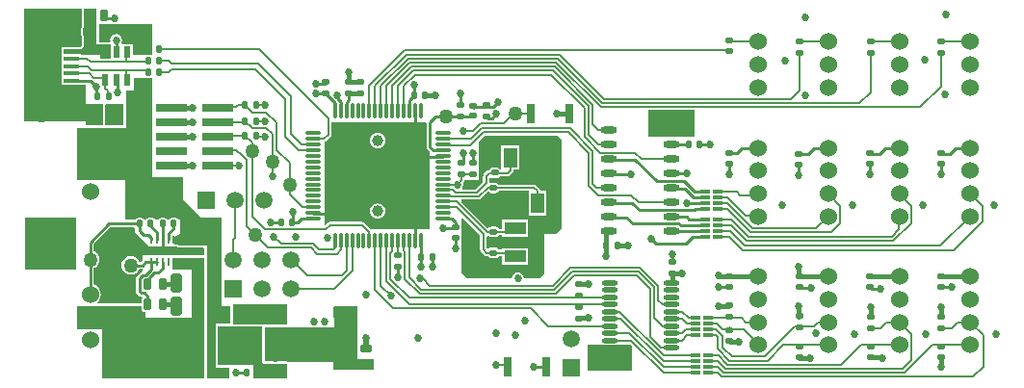
<source format=gtl>
G04 Layer_Physical_Order=1*
G04 Layer_Color=255*
%FSLAX25Y25*%
%MOIN*%
G70*
G01*
G75*
%ADD10O,0.00787X0.02756*%
%ADD11R,0.09449X0.02953*%
G04:AMPARAMS|DCode=12|XSize=22mil|YSize=24mil|CornerRadius=4.4mil|HoleSize=0mil|Usage=FLASHONLY|Rotation=90.000|XOffset=0mil|YOffset=0mil|HoleType=Round|Shape=RoundedRectangle|*
%AMROUNDEDRECTD12*
21,1,0.02200,0.01520,0,0,90.0*
21,1,0.01320,0.02400,0,0,90.0*
1,1,0.00880,0.00760,0.00660*
1,1,0.00880,0.00760,-0.00660*
1,1,0.00880,-0.00760,-0.00660*
1,1,0.00880,-0.00760,0.00660*
%
%ADD12ROUNDEDRECTD12*%
%ADD13R,0.11024X0.02953*%
%ADD14C,0.05000*%
G04:AMPARAMS|DCode=15|XSize=22mil|YSize=24mil|CornerRadius=4.4mil|HoleSize=0mil|Usage=FLASHONLY|Rotation=0.000|XOffset=0mil|YOffset=0mil|HoleType=Round|Shape=RoundedRectangle|*
%AMROUNDEDRECTD15*
21,1,0.02200,0.01520,0,0,0.0*
21,1,0.01320,0.02400,0,0,0.0*
1,1,0.00880,0.00660,-0.00760*
1,1,0.00880,-0.00660,-0.00760*
1,1,0.00880,-0.00660,0.00760*
1,1,0.00880,0.00660,0.00760*
%
%ADD15ROUNDEDRECTD15*%
G04:AMPARAMS|DCode=16|XSize=65mil|YSize=40mil|CornerRadius=10mil|HoleSize=0mil|Usage=FLASHONLY|Rotation=90.000|XOffset=0mil|YOffset=0mil|HoleType=Round|Shape=RoundedRectangle|*
%AMROUNDEDRECTD16*
21,1,0.06500,0.02000,0,0,90.0*
21,1,0.04500,0.04000,0,0,90.0*
1,1,0.02000,0.01000,0.02250*
1,1,0.02000,0.01000,-0.02250*
1,1,0.02000,-0.01000,-0.02250*
1,1,0.02000,-0.01000,0.02250*
%
%ADD16ROUNDEDRECTD16*%
%ADD17R,0.06890X0.12598*%
%ADD18R,0.06890X0.03937*%
%ADD19O,0.05709X0.01772*%
%ADD20O,0.05512X0.01181*%
%ADD21O,0.01181X0.05512*%
G04:AMPARAMS|DCode=22|XSize=11.81mil|YSize=35.43mil|CornerRadius=2.95mil|HoleSize=0mil|Usage=FLASHONLY|Rotation=90.000|XOffset=0mil|YOffset=0mil|HoleType=Round|Shape=RoundedRectangle|*
%AMROUNDEDRECTD22*
21,1,0.01181,0.02953,0,0,90.0*
21,1,0.00591,0.03543,0,0,90.0*
1,1,0.00591,0.01476,0.00295*
1,1,0.00591,0.01476,-0.00295*
1,1,0.00591,-0.01476,-0.00295*
1,1,0.00591,-0.01476,0.00295*
%
%ADD22ROUNDEDRECTD22*%
%ADD23R,0.01575X0.05118*%
G04:AMPARAMS|DCode=24|XSize=29.13mil|YSize=39.37mil|CornerRadius=5.83mil|HoleSize=0mil|Usage=FLASHONLY|Rotation=270.000|XOffset=0mil|YOffset=0mil|HoleType=Round|Shape=RoundedRectangle|*
%AMROUNDEDRECTD24*
21,1,0.02913,0.02772,0,0,270.0*
21,1,0.01748,0.03937,0,0,270.0*
1,1,0.01165,-0.01386,-0.00874*
1,1,0.01165,-0.01386,0.00874*
1,1,0.01165,0.01386,0.00874*
1,1,0.01165,0.01386,-0.00874*
%
%ADD24ROUNDEDRECTD24*%
%ADD25R,0.03740X0.02165*%
G04:AMPARAMS|DCode=26|XSize=29.13mil|YSize=39.37mil|CornerRadius=5.83mil|HoleSize=0mil|Usage=FLASHONLY|Rotation=180.000|XOffset=0mil|YOffset=0mil|HoleType=Round|Shape=RoundedRectangle|*
%AMROUNDEDRECTD26*
21,1,0.02913,0.02772,0,0,180.0*
21,1,0.01748,0.03937,0,0,180.0*
1,1,0.01165,-0.00874,0.01386*
1,1,0.01165,0.00874,0.01386*
1,1,0.01165,0.00874,-0.01386*
1,1,0.01165,-0.00874,-0.01386*
%
%ADD26ROUNDEDRECTD26*%
G04:AMPARAMS|DCode=27|XSize=38.58mil|YSize=31.5mil|CornerRadius=7.87mil|HoleSize=0mil|Usage=FLASHONLY|Rotation=270.000|XOffset=0mil|YOffset=0mil|HoleType=Round|Shape=RoundedRectangle|*
%AMROUNDEDRECTD27*
21,1,0.03858,0.01575,0,0,270.0*
21,1,0.02284,0.03150,0,0,270.0*
1,1,0.01575,-0.00787,-0.01142*
1,1,0.01575,-0.00787,0.01142*
1,1,0.01575,0.00787,0.01142*
1,1,0.01575,0.00787,-0.01142*
%
%ADD27ROUNDEDRECTD27*%
G04:AMPARAMS|DCode=28|XSize=24.41mil|YSize=23.23mil|CornerRadius=5.81mil|HoleSize=0mil|Usage=FLASHONLY|Rotation=0.000|XOffset=0mil|YOffset=0mil|HoleType=Round|Shape=RoundedRectangle|*
%AMROUNDEDRECTD28*
21,1,0.02441,0.01161,0,0,0.0*
21,1,0.01280,0.02323,0,0,0.0*
1,1,0.01161,0.00640,-0.00581*
1,1,0.01161,-0.00640,-0.00581*
1,1,0.01161,-0.00640,0.00581*
1,1,0.01161,0.00640,0.00581*
%
%ADD28ROUNDEDRECTD28*%
%ADD29O,0.05709X0.02362*%
%ADD30R,0.04724X0.07087*%
%ADD31R,0.07480X0.04331*%
%ADD32R,0.03150X0.06693*%
%ADD33R,0.02362X0.04331*%
G04:AMPARAMS|DCode=34|XSize=78.74mil|YSize=157.48mil|CornerRadius=19.69mil|HoleSize=0mil|Usage=FLASHONLY|Rotation=90.000|XOffset=0mil|YOffset=0mil|HoleType=Round|Shape=RoundedRectangle|*
%AMROUNDEDRECTD34*
21,1,0.07874,0.11811,0,0,90.0*
21,1,0.03937,0.15748,0,0,90.0*
1,1,0.03937,0.05906,0.01969*
1,1,0.03937,0.05906,-0.01969*
1,1,0.03937,-0.05906,-0.01969*
1,1,0.03937,-0.05906,0.01969*
%
%ADD34ROUNDEDRECTD34*%
%ADD35R,0.07480X0.07087*%
%ADD36R,0.05315X0.01575*%
%ADD37C,0.00700*%
%ADD38C,0.00900*%
%ADD39C,0.01000*%
%ADD40C,0.01500*%
%ADD41C,0.02000*%
%ADD42C,0.00800*%
%ADD43C,0.05906*%
%ADD44R,0.05906X0.05906*%
%ADD45R,0.05906X0.05906*%
%ADD46C,0.03937*%
%ADD47C,0.06000*%
%ADD48C,0.06299*%
%ADD49C,0.04100*%
%ADD50C,0.02700*%
G36*
X47000Y115000D02*
X40121Y115000D01*
Y118590D01*
X36554D01*
X36318Y119031D01*
X36431Y119200D01*
X36590Y120000D01*
X36431Y120800D01*
X35978Y121478D01*
X35300Y121931D01*
X34500Y122090D01*
X33700Y121931D01*
X33022Y121478D01*
X32569Y120800D01*
X32410Y120000D01*
X32467Y119714D01*
X32056Y119214D01*
X28500D01*
X28500Y125500D01*
X33547D01*
X34000Y125410D01*
X34453Y125500D01*
X47000D01*
Y115000D01*
D02*
G37*
G36*
X27500Y118500D02*
X32500D01*
Y113580D01*
X29000D01*
Y115000D01*
X22357D01*
Y115047D01*
X16214D01*
Y116892D01*
X22357D01*
X22386Y116897D01*
X22415Y116894D01*
X22522Y116924D01*
X22631Y116946D01*
X22655Y116962D01*
X22682Y116970D01*
X22770Y117039D01*
X22862Y117101D01*
X22878Y117125D01*
X22901Y117143D01*
X22955Y117240D01*
X23017Y117332D01*
X23022Y117361D01*
X23037Y117386D01*
X23179Y117827D01*
X23192Y117937D01*
X23214Y118046D01*
Y121557D01*
X23200Y121626D01*
Y121697D01*
X23154Y121929D01*
Y124071D01*
X23200Y124303D01*
Y124374D01*
X23214Y124443D01*
Y130777D01*
X27500D01*
Y118500D01*
D02*
G37*
G36*
X37000Y90500D02*
X30714D01*
X30714Y97500D01*
X31214Y98000D01*
X37000D01*
Y90500D01*
D02*
G37*
G36*
X22500Y124443D02*
X22440Y124142D01*
Y121858D01*
X22500Y121557D01*
Y118046D01*
X22357Y117605D01*
X15642D01*
Y117500D01*
X15500D01*
X15500Y104835D01*
X15500Y104500D01*
X15642Y104394D01*
X15956Y104394D01*
X22357D01*
Y104500D01*
X24000D01*
X24000Y98000D01*
X30000Y98000D01*
X30000Y90500D01*
X24000Y90500D01*
Y92000D01*
X2723Y92000D01*
Y130777D01*
X22500D01*
Y124443D01*
D02*
G37*
G36*
X234500Y86500D02*
X218500Y86500D01*
Y95705D01*
X234500D01*
Y86500D01*
D02*
G37*
G36*
X188500Y85500D02*
X188500Y55000D01*
X186500Y53000D01*
X182500Y53000D01*
X182500Y39000D01*
X181000Y37500D01*
X175590Y37500D01*
X175590Y37500D01*
X175431Y38300D01*
X174978Y38978D01*
X174300Y39431D01*
X173500Y39590D01*
X172700Y39431D01*
X172022Y38978D01*
X171569Y38300D01*
X171410Y37500D01*
X171410Y37500D01*
X156000Y37500D01*
X154016Y39484D01*
X154016Y58152D01*
X154478Y58344D01*
X160445Y52376D01*
Y47441D01*
X160527Y47031D01*
X160759Y46684D01*
X161859Y45584D01*
X161859Y45584D01*
X162206Y45352D01*
X162616Y45270D01*
X163175D01*
X163182Y45236D01*
X163434Y44859D01*
X163811Y44607D01*
X164256Y44519D01*
X165776D01*
X166221Y44607D01*
X166598Y44859D01*
X166850Y45236D01*
X166856Y45270D01*
X168076D01*
Y42154D01*
X176956D01*
Y47885D01*
X168076D01*
Y47412D01*
X166856D01*
X166850Y47446D01*
X166598Y47823D01*
X166221Y48075D01*
X165776Y48163D01*
X164256D01*
X163811Y48075D01*
X163434Y47823D01*
X162939Y47814D01*
X162586Y48138D01*
Y51883D01*
X163055Y52275D01*
X163315Y52237D01*
X163434Y52059D01*
X163811Y51807D01*
X164256Y51719D01*
X165776D01*
X166221Y51807D01*
X166598Y52059D01*
X166850Y52436D01*
X166856Y52470D01*
X168076D01*
Y51997D01*
X176956D01*
Y57727D01*
X168076D01*
Y54611D01*
X166856D01*
X166850Y54646D01*
X166598Y55023D01*
X166221Y55275D01*
X165776Y55363D01*
X164256D01*
X163811Y55275D01*
X163434Y55023D01*
X162991Y54979D01*
X154016Y63955D01*
Y64729D01*
X159996D01*
X160406Y64811D01*
X160753Y65043D01*
X163102Y67392D01*
X163434Y67359D01*
X163811Y67107D01*
X164256Y67019D01*
X165776D01*
X166221Y67107D01*
X166598Y67359D01*
X166850Y67736D01*
X166876Y67870D01*
X176703D01*
X177178Y67810D01*
Y59324D01*
X183302D01*
Y67810D01*
X181292D01*
X181229Y68126D01*
X180997Y68474D01*
X179773Y69698D01*
X179425Y69930D01*
X179016Y70012D01*
X166806D01*
X166598Y70323D01*
X166221Y70575D01*
X165776Y70663D01*
X164256D01*
X164086Y70630D01*
X163604Y70968D01*
X163586Y71001D01*
Y72236D01*
X163610Y72258D01*
X164086Y72457D01*
X164311Y72307D01*
X164756Y72219D01*
X166276D01*
X166721Y72307D01*
X167098Y72559D01*
X167306Y72870D01*
X169941D01*
X170351Y72952D01*
X170698Y73184D01*
X171773Y74259D01*
X172005Y74606D01*
X172086Y75016D01*
Y75072D01*
X173854D01*
Y83558D01*
X167729D01*
Y75478D01*
X167229Y75326D01*
X167098Y75523D01*
X166721Y75775D01*
X166276Y75863D01*
X164756D01*
X164311Y75775D01*
X163934Y75523D01*
X163682Y75146D01*
X163655Y75011D01*
X163516D01*
X163106Y74930D01*
X162759Y74698D01*
X162759Y74698D01*
X161759Y73698D01*
X161527Y73351D01*
X161445Y72941D01*
Y70884D01*
X158831Y68271D01*
X154386D01*
X154144Y68771D01*
X154431Y69200D01*
X154590Y70000D01*
X154495Y70481D01*
X154757Y70743D01*
X154989Y71090D01*
X155071Y71500D01*
X160000D01*
Y80547D01*
X160090Y81000D01*
X160000Y81453D01*
Y85000D01*
X161941Y86941D01*
X187059Y86941D01*
X188500Y85500D01*
D02*
G37*
G36*
X141792Y91162D02*
Y82941D01*
X141885Y82473D01*
X142151Y82076D01*
X143016Y81211D01*
Y54984D01*
X143038Y54962D01*
X142847Y54500D01*
X122682D01*
X120425Y56757D01*
X120077Y56989D01*
X119668Y57071D01*
X108500D01*
X108090Y56989D01*
X107743Y56757D01*
X107000Y56014D01*
X106500Y56221D01*
Y84687D01*
X106804Y84747D01*
X107151Y84979D01*
X108757Y86585D01*
X108989Y86932D01*
X109071Y87342D01*
X109071Y87342D01*
Y91501D01*
X141439Y91515D01*
X141792Y91162D01*
D02*
G37*
G36*
X41000Y54881D02*
X41000Y53500D01*
X46000Y48500D01*
X54312D01*
X54500Y48463D01*
X55469D01*
X55651Y48341D01*
X55924Y48286D01*
X56547D01*
X56616Y48300D01*
X56686D01*
X57000Y48362D01*
X57314Y48300D01*
X57384D01*
X57453Y48286D01*
X64500Y48286D01*
X65000Y47937D01*
Y45500D01*
X43500Y45500D01*
Y43658D01*
X43014Y43172D01*
X42478D01*
X42295Y43614D01*
X41782Y44282D01*
X41114Y44795D01*
X40335Y45118D01*
X39500Y45228D01*
X38665Y45118D01*
X37886Y44795D01*
X37218Y44282D01*
X36705Y43614D01*
X36382Y42835D01*
X36272Y42000D01*
X36382Y41165D01*
X36705Y40386D01*
X37218Y39718D01*
X37886Y39205D01*
X38665Y38882D01*
X39500Y38772D01*
X40335Y38882D01*
X41114Y39205D01*
X41782Y39718D01*
X42295Y40386D01*
X42478Y40828D01*
X43500D01*
Y39745D01*
X43282Y39702D01*
X42902Y39447D01*
X41671Y38217D01*
X41417Y37836D01*
X41328Y37387D01*
Y33000D01*
X41417Y32551D01*
X41671Y32171D01*
X42290Y31552D01*
X42670Y31298D01*
X43119Y31209D01*
X43318D01*
X43456Y30709D01*
X43240Y30386D01*
X43141Y29886D01*
Y28714D01*
X28237D01*
X28076Y29187D01*
X28139Y29235D01*
X28732Y30008D01*
X29105Y30908D01*
X29232Y31874D01*
X29105Y32840D01*
X28732Y33740D01*
X28139Y34513D01*
X27366Y35106D01*
X26673Y35393D01*
Y41022D01*
X27114Y41205D01*
X27782Y41718D01*
X28295Y42386D01*
X28618Y43165D01*
X28728Y44000D01*
X28618Y44835D01*
X28295Y45614D01*
X27782Y46282D01*
X27114Y46795D01*
X26673Y46978D01*
Y49514D01*
X32486Y55327D01*
X40590D01*
X41000Y54881D01*
D02*
G37*
G36*
X20600Y40500D02*
X3100D01*
X3100Y58500D01*
X20600D01*
X20600Y40500D01*
D02*
G37*
G36*
X65000Y44500D02*
X65000Y2723D01*
X29500D01*
Y20000D01*
X21000Y20000D01*
Y28000D01*
X43141D01*
Y27114D01*
X43240Y26613D01*
X43524Y26189D01*
X43948Y25906D01*
X44449Y25806D01*
X44500Y25755D01*
X44500Y24000D01*
X60500Y24000D01*
X60500Y40500D01*
X54000Y40500D01*
X54000Y44146D01*
X54353Y44500D01*
X65000Y44500D01*
D02*
G37*
G36*
X93500Y21500D02*
X75000D01*
Y28500D01*
X93500D01*
Y21500D01*
D02*
G37*
G36*
X118000Y21000D02*
Y9500D01*
X123500D01*
Y6000D01*
X109500D01*
Y8500D01*
X94008D01*
X94005Y8505D01*
X93773Y8659D01*
X93500Y8714D01*
X89953D01*
X89884Y8700D01*
X89814D01*
X89500Y8637D01*
X89186Y8700D01*
X89116D01*
X89047Y8714D01*
X86000D01*
Y20500D01*
X102547D01*
X103000Y20410D01*
X103453Y20500D01*
X106047D01*
X106500Y20410D01*
X106953Y20500D01*
X110036D01*
X109526Y27634D01*
X109867Y28000D01*
X118000D01*
Y21000D01*
D02*
G37*
G36*
X213000Y14046D02*
X213000Y5500D01*
X197500D01*
X197500Y14500D01*
X202676D01*
X202692Y14490D01*
X203310Y14367D01*
X207247D01*
X207866Y14490D01*
X207882Y14500D01*
X212546D01*
X213000Y14046D01*
D02*
G37*
G36*
X74492Y21000D02*
X74495Y20995D01*
X74727Y20841D01*
X75000Y20786D01*
X85000D01*
X85000Y8500D01*
X85500Y8000D01*
X89047D01*
X89500Y7910D01*
X89953Y8000D01*
X93500D01*
Y3000D01*
X82000D01*
Y7500D01*
X69714D01*
Y21000D01*
X74000D01*
X74492D01*
D02*
G37*
G36*
X47000Y102500D02*
Y89500D01*
Y72500D01*
X50000Y72500D01*
X57500D01*
Y65000D01*
X64000Y58500D01*
X71000Y58500D01*
X71000Y28000D01*
X74000Y28000D01*
Y22000D01*
X69000Y22000D01*
Y6500D01*
X73667Y6500D01*
Y2723D01*
X66000D01*
Y49000D01*
X64500D01*
Y49000D01*
X57453Y49000D01*
X57000Y49090D01*
X56547Y49000D01*
X55924D01*
Y49176D01*
X54500D01*
Y51743D01*
X56500Y53000D01*
X56500Y58000D01*
X55937D01*
X55882Y58082D01*
X55505Y58334D01*
X55060Y58422D01*
X53740D01*
X53295Y58334D01*
X52918Y58082D01*
X52863Y58000D01*
X52147D01*
X52092Y58082D01*
X51715Y58334D01*
X51270Y58422D01*
X49950D01*
X49505Y58334D01*
X49128Y58082D01*
X49074Y58000D01*
X47937D01*
X47882Y58082D01*
X47505Y58334D01*
X47060Y58422D01*
X45740D01*
X45295Y58334D01*
X44918Y58082D01*
X44863Y58000D01*
X44147D01*
X44092Y58082D01*
X43715Y58334D01*
X43270Y58422D01*
X41950D01*
X41505Y58334D01*
X41128Y58082D01*
X41074Y58000D01*
X37500D01*
Y71500D01*
X21000D01*
Y80000D01*
Y89500D01*
X38000D01*
Y102500D01*
X40500D01*
Y107000D01*
X47000D01*
Y102500D01*
D02*
G37*
%LPC*%
G36*
X125016Y87837D02*
X124319Y87745D01*
X123670Y87476D01*
X123113Y87049D01*
X122685Y86491D01*
X122416Y85842D01*
X122324Y85146D01*
X122416Y84449D01*
X122685Y83800D01*
X123113Y83242D01*
X123670Y82815D01*
X124319Y82546D01*
X125016Y82454D01*
X125712Y82546D01*
X126362Y82815D01*
X126919Y83242D01*
X127347Y83800D01*
X127616Y84449D01*
X127707Y85146D01*
X127616Y85842D01*
X127347Y86491D01*
X126919Y87049D01*
X126362Y87476D01*
X125712Y87745D01*
X125016Y87837D01*
D02*
G37*
G36*
Y63428D02*
X124319Y63336D01*
X123670Y63067D01*
X123113Y62639D01*
X122685Y62082D01*
X122416Y61433D01*
X122324Y60736D01*
X122416Y60040D01*
X122685Y59390D01*
X123113Y58833D01*
X123670Y58405D01*
X124319Y58136D01*
X125016Y58045D01*
X125712Y58136D01*
X126362Y58405D01*
X126919Y58833D01*
X127347Y59390D01*
X127616Y60040D01*
X127707Y60736D01*
X127616Y61433D01*
X127347Y62082D01*
X126919Y62639D01*
X126362Y63067D01*
X125712Y63336D01*
X125016Y63428D01*
D02*
G37*
%LPD*%
D10*
X54437Y50937D02*
D03*
X52469D02*
D03*
X50500D02*
D03*
X48531D02*
D03*
X46563D02*
D03*
Y43063D02*
D03*
X48531D02*
D03*
X50500D02*
D03*
X52469D02*
D03*
X54437D02*
D03*
D11*
X50500Y47000D02*
D03*
D12*
X152016Y55341D02*
D03*
Y51571D02*
D03*
X61000Y50900D02*
D03*
Y47130D02*
D03*
X119000Y101600D02*
D03*
Y105370D02*
D03*
X246500Y34552D02*
D03*
Y38322D02*
D03*
X270800Y34363D02*
D03*
Y38134D02*
D03*
X295300Y34363D02*
D03*
Y38134D02*
D03*
X320000Y34363D02*
D03*
Y38134D02*
D03*
X319800Y77130D02*
D03*
Y80900D02*
D03*
X270535Y76774D02*
D03*
Y80544D02*
D03*
X295335Y77033D02*
D03*
Y80803D02*
D03*
X246635Y77170D02*
D03*
Y80940D02*
D03*
X162500Y93630D02*
D03*
Y97400D02*
D03*
X153500Y93600D02*
D03*
Y97370D02*
D03*
X154000Y77370D02*
D03*
Y73600D02*
D03*
X158000Y73610D02*
D03*
Y77400D02*
D03*
X165016Y42571D02*
D03*
Y46341D02*
D03*
Y65071D02*
D03*
Y68841D02*
D03*
X165516Y77811D02*
D03*
Y74041D02*
D03*
X132000Y45390D02*
D03*
Y41600D02*
D03*
X107000Y105370D02*
D03*
Y101600D02*
D03*
X165016Y57311D02*
D03*
Y53541D02*
D03*
X227007Y43104D02*
D03*
Y39334D02*
D03*
X295500Y24134D02*
D03*
Y20344D02*
D03*
Y10034D02*
D03*
Y13823D02*
D03*
X320000Y24134D02*
D03*
Y20344D02*
D03*
Y10034D02*
D03*
Y13823D02*
D03*
X271000Y24400D02*
D03*
Y20610D02*
D03*
X270800Y10034D02*
D03*
Y13823D02*
D03*
X246500Y28134D02*
D03*
Y24344D02*
D03*
Y15834D02*
D03*
Y19623D02*
D03*
X115000Y105370D02*
D03*
Y101600D02*
D03*
X194500Y23600D02*
D03*
Y27390D02*
D03*
Y35400D02*
D03*
Y31610D02*
D03*
X246500Y116100D02*
D03*
Y119890D02*
D03*
X295500Y115600D02*
D03*
Y119390D02*
D03*
X271000Y115600D02*
D03*
Y119390D02*
D03*
X320000Y115600D02*
D03*
Y119390D02*
D03*
D13*
X53508Y96500D02*
D03*
X69492D02*
D03*
X53508Y91500D02*
D03*
X69492D02*
D03*
X53508Y86500D02*
D03*
X69492D02*
D03*
X53508Y81500D02*
D03*
X69492D02*
D03*
X53508Y76500D02*
D03*
X69492D02*
D03*
D14*
X148500Y93600D02*
D03*
X81500Y81500D02*
D03*
X172500Y94500D02*
D03*
X82500Y52661D02*
D03*
X88500Y78000D02*
D03*
X94500Y70000D02*
D03*
X80500Y14500D02*
D03*
X114000Y25000D02*
D03*
X42500Y64500D02*
D03*
X25500Y44000D02*
D03*
X39500Y42000D02*
D03*
X49500Y9500D02*
D03*
D15*
X232610Y84000D02*
D03*
X236400D02*
D03*
X83400Y5000D02*
D03*
X79630D02*
D03*
X50610Y56500D02*
D03*
X54400D02*
D03*
X42610D02*
D03*
X46400D02*
D03*
X45610Y109000D02*
D03*
X49400D02*
D03*
X45610Y113000D02*
D03*
X49400D02*
D03*
X28130Y96500D02*
D03*
X31900D02*
D03*
X28110Y92500D02*
D03*
X31900D02*
D03*
X141370Y101000D02*
D03*
X137600D02*
D03*
X79110Y87000D02*
D03*
X82900D02*
D03*
X79110Y92000D02*
D03*
X82900D02*
D03*
X79110Y97500D02*
D03*
X82900D02*
D03*
X91630Y57000D02*
D03*
X95400D02*
D03*
X143870Y45000D02*
D03*
X140100D02*
D03*
X207870Y48734D02*
D03*
X204100D02*
D03*
X28110Y100500D02*
D03*
X31900D02*
D03*
X49400Y117000D02*
D03*
X45610D02*
D03*
D16*
X55358Y36000D02*
D03*
X62642D02*
D03*
X55358Y28000D02*
D03*
X62642D02*
D03*
D17*
X114303Y14500D02*
D03*
D18*
X89697Y5445D02*
D03*
Y14500D02*
D03*
Y23555D02*
D03*
D19*
X226736Y13484D02*
D03*
Y15983D02*
D03*
Y18484D02*
D03*
Y20983D02*
D03*
Y23483D02*
D03*
Y25984D02*
D03*
Y28484D02*
D03*
Y30984D02*
D03*
Y33484D02*
D03*
Y35984D02*
D03*
X205279Y13484D02*
D03*
Y15983D02*
D03*
Y18484D02*
D03*
Y20983D02*
D03*
Y23483D02*
D03*
Y25984D02*
D03*
Y28484D02*
D03*
Y30984D02*
D03*
Y33484D02*
D03*
Y35984D02*
D03*
D20*
X147457Y58177D02*
D03*
Y60146D02*
D03*
Y62114D02*
D03*
Y64083D02*
D03*
Y66051D02*
D03*
Y68020D02*
D03*
Y69988D02*
D03*
Y71957D02*
D03*
Y73925D02*
D03*
Y75894D02*
D03*
Y77862D02*
D03*
Y79831D02*
D03*
Y81799D02*
D03*
Y83768D02*
D03*
Y85736D02*
D03*
Y87705D02*
D03*
X102575D02*
D03*
Y85736D02*
D03*
Y83768D02*
D03*
Y81799D02*
D03*
Y79831D02*
D03*
Y77862D02*
D03*
Y75894D02*
D03*
Y73925D02*
D03*
Y71957D02*
D03*
Y69988D02*
D03*
Y68020D02*
D03*
Y66051D02*
D03*
Y64083D02*
D03*
Y62114D02*
D03*
Y60146D02*
D03*
Y58177D02*
D03*
D21*
X139780Y95382D02*
D03*
X137811D02*
D03*
X135843D02*
D03*
X133874D02*
D03*
X131906D02*
D03*
X129937D02*
D03*
X127969D02*
D03*
X126000D02*
D03*
X124031D02*
D03*
X122063D02*
D03*
X120095D02*
D03*
X118126D02*
D03*
X116157D02*
D03*
X114189D02*
D03*
X112221D02*
D03*
X110252D02*
D03*
Y50500D02*
D03*
X112221D02*
D03*
X114189D02*
D03*
X116157D02*
D03*
X118126D02*
D03*
X120095D02*
D03*
X122063D02*
D03*
X124031D02*
D03*
X126000D02*
D03*
X127969D02*
D03*
X129937D02*
D03*
X131906D02*
D03*
X133874D02*
D03*
X135843D02*
D03*
X137811D02*
D03*
X139780D02*
D03*
D22*
X242635Y61512D02*
D03*
Y63481D02*
D03*
Y65449D02*
D03*
Y67418D02*
D03*
X238304Y61512D02*
D03*
Y63481D02*
D03*
Y65449D02*
D03*
Y67418D02*
D03*
X239173Y17781D02*
D03*
Y19749D02*
D03*
Y21718D02*
D03*
Y23686D02*
D03*
X234842Y17781D02*
D03*
Y19749D02*
D03*
Y21718D02*
D03*
Y23686D02*
D03*
X239173Y4781D02*
D03*
Y6749D02*
D03*
Y8718D02*
D03*
Y10686D02*
D03*
X234842Y4781D02*
D03*
Y6749D02*
D03*
Y8718D02*
D03*
Y10686D02*
D03*
X242635Y52012D02*
D03*
Y53981D02*
D03*
Y55949D02*
D03*
Y57918D02*
D03*
X238304Y52012D02*
D03*
Y53981D02*
D03*
Y55949D02*
D03*
Y57918D02*
D03*
D23*
X72000Y18350D02*
D03*
Y24650D02*
D03*
D24*
X121000Y7823D02*
D03*
Y13177D02*
D03*
D25*
X62374Y9000D02*
D03*
X71626Y12602D02*
D03*
Y5398D02*
D03*
D26*
X50677Y28500D02*
D03*
X45322D02*
D03*
X30177Y128500D02*
D03*
X24823D02*
D03*
X45322Y35500D02*
D03*
X50677D02*
D03*
D27*
X24744Y123000D02*
D03*
X30256D02*
D03*
D28*
X158000Y97291D02*
D03*
Y93709D02*
D03*
D29*
X205080Y88707D02*
D03*
Y83707D02*
D03*
Y78707D02*
D03*
Y73707D02*
D03*
Y68707D02*
D03*
Y63707D02*
D03*
Y58707D02*
D03*
Y53707D02*
D03*
X226536Y88707D02*
D03*
Y83707D02*
D03*
Y78707D02*
D03*
Y73707D02*
D03*
Y68707D02*
D03*
Y63707D02*
D03*
Y58707D02*
D03*
Y53707D02*
D03*
D30*
X180240Y63567D02*
D03*
Y79315D02*
D03*
X170791D02*
D03*
Y63567D02*
D03*
D31*
X172516Y45020D02*
D03*
Y54862D02*
D03*
D32*
X191193Y94500D02*
D03*
X177807D02*
D03*
X169807Y7000D02*
D03*
X183193D02*
D03*
D33*
X30760Y115724D02*
D03*
X34500D02*
D03*
X38240D02*
D03*
Y106276D02*
D03*
X34500D02*
D03*
X30760D02*
D03*
D34*
X11500Y49500D02*
D03*
D35*
X8468Y106472D02*
D03*
Y115528D02*
D03*
D36*
X19000Y116118D02*
D03*
Y113559D02*
D03*
Y105882D02*
D03*
Y108441D02*
D03*
Y111000D02*
D03*
D37*
X194500Y30984D02*
X205279D01*
X194500D02*
Y31844D01*
X193656Y31000D02*
X194500Y31844D01*
X192500Y31000D02*
X193656D01*
X192200Y30700D02*
X192500Y31000D01*
X135800Y30700D02*
X192200D01*
X191774Y41234D02*
X215766D01*
X192354Y39834D02*
X215187D01*
X185540Y35000D02*
X191774Y41234D01*
X143000Y35000D02*
X185540D01*
X186020Y33500D02*
X192354Y39834D01*
X140106Y33500D02*
X186020D01*
X192933Y38434D02*
X214607D01*
X186600Y32100D02*
X192933Y38434D01*
X139526Y32100D02*
X186600D01*
X258873Y10373D02*
X269400Y20900D01*
X275900D01*
X277296Y22297D01*
X265423Y14423D02*
X281000D01*
X259973Y8973D02*
X265423Y14423D01*
X246761Y8973D02*
X259973D01*
X247482Y10373D02*
X258873D01*
X171016Y75016D02*
Y79090D01*
X169941Y73941D02*
X171016Y75016D01*
X163516Y73941D02*
X169941D01*
X223016Y13484D02*
X226736D01*
X219200Y17300D02*
X223016Y13484D01*
X219200Y17300D02*
Y33840D01*
X223780Y4781D02*
X234842D01*
X223791Y6749D02*
X234842D01*
X223802Y8718D02*
X234842D01*
X209037Y23483D02*
X223802Y8718D01*
X212057Y18484D02*
X223791Y6749D01*
X212577Y15983D02*
X223780Y4781D01*
X205279Y15983D02*
X212577D01*
X205279Y18484D02*
X212057D01*
X205279Y23483D02*
X209037D01*
X223814Y10686D02*
X234842D01*
X208516Y25984D02*
X223814Y10686D01*
X205279Y25984D02*
X208516D01*
X122063Y104136D02*
X134327Y116400D01*
X122063Y95382D02*
Y104136D01*
X126000Y104114D02*
X135486Y113600D01*
X126000Y95382D02*
Y104114D01*
X134327Y116400D02*
X246200D01*
X137806Y108000D02*
X185000D01*
X133874Y104068D02*
X137806Y108000D01*
X133874Y95382D02*
Y104068D01*
X137226Y109400D02*
X185600D01*
X131905Y104079D02*
X137226Y109400D01*
X131905Y95382D02*
Y104079D01*
X136646Y110800D02*
X186180D01*
X129937Y104091D02*
X136646Y110800D01*
X129937Y95382D02*
Y104091D01*
X136066Y112200D02*
X186760D01*
X127969Y104102D02*
X136066Y112200D01*
X127969Y95382D02*
Y104102D01*
X135486Y113600D02*
X187340D01*
X134906Y115000D02*
X187920D01*
X124031Y104125D02*
X134906Y115000D01*
X124031Y95382D02*
Y104125D01*
X134442Y37183D02*
Y46558D01*
X135843Y37763D02*
Y50500D01*
Y37763D02*
X140106Y33500D01*
X134442Y37183D02*
X139526Y32100D01*
X140500Y37500D02*
X143000Y35000D01*
X86000Y54500D02*
X107000D01*
X79600Y55561D02*
X87061Y48100D01*
X102000D01*
X104100Y46000D01*
X102580Y49500D02*
X104680Y47400D01*
X107000Y54500D02*
X108500Y56000D01*
X79110Y92000D02*
X81610Y89500D01*
X199400Y70080D02*
Y81580D01*
X161000Y89500D02*
X191480D01*
X199400Y81580D01*
X198000Y69500D02*
Y81000D01*
X190900Y88100D02*
X198000Y81000D01*
X161580Y88100D02*
X190900D01*
X196500Y86500D02*
X202012Y80988D01*
X196500Y86500D02*
Y96500D01*
X201273Y83707D02*
X205080D01*
X197900Y87080D02*
X201273Y83707D01*
X197900Y87080D02*
Y97100D01*
X205053Y88734D02*
X205080Y88707D01*
X189342Y21003D02*
X205260D01*
X205279Y20983D01*
X189323D02*
X189342Y21003D01*
X184017Y20983D02*
X189323D01*
X177917Y27084D02*
X184017Y20983D01*
X246200Y116400D02*
X246500Y116100D01*
X312776Y96776D02*
X320000Y104000D01*
X268076Y99576D02*
X271000Y102500D01*
X291676Y98176D02*
X295500Y102000D01*
X169307Y7500D02*
X169807Y7000D01*
X166000Y7500D02*
X169307D01*
X126000Y34957D02*
X129457Y31500D01*
X129368Y37132D02*
X135800Y30700D01*
X129368Y37132D02*
Y46294D01*
X129937Y46862D01*
X127969Y36552D02*
X136037Y28484D01*
X127969Y36552D02*
Y50500D01*
X220600Y23900D02*
Y34420D01*
X214607Y38434D02*
X219200Y33840D01*
X215187Y39834D02*
X220600Y34420D01*
X222000Y30000D02*
Y35000D01*
X215766Y41234D02*
X222000Y35000D01*
X220600Y23900D02*
X223516Y20983D01*
X222000Y30000D02*
X223516Y28484D01*
Y20983D02*
X226736D01*
X223516Y28484D02*
X226736D01*
X155000Y73500D02*
X157500D01*
X152945Y69988D02*
X152957Y70000D01*
X147457Y68020D02*
X150980D01*
X133874Y47126D02*
X134442Y46558D01*
X133874Y47126D02*
Y50500D01*
X122047Y50484D02*
X122063Y50500D01*
X251413Y47270D02*
X324324D01*
X319735Y48870D02*
X329835Y58970D01*
X252076Y48870D02*
X319735D01*
X246671Y52012D02*
X251413Y47270D01*
X276735Y54870D02*
X280835Y58970D01*
X254561Y54870D02*
X276735D01*
X245950Y63481D02*
X254561Y54870D01*
X253940Y53370D02*
X281924D01*
X245797Y61512D02*
X253940Y53370D01*
X302802Y51870D02*
X305335Y54402D01*
X253319Y51870D02*
X302802D01*
X247271Y57918D02*
X253319Y51870D01*
X252697Y50370D02*
X303424D01*
X247118Y55949D02*
X252697Y50370D01*
X246965Y53981D02*
X252076Y48870D01*
X305335Y54402D02*
Y58970D01*
X251689Y19734D02*
X257000Y14423D01*
X256500Y22297D02*
X257000D01*
X252437D02*
X256500D01*
X131905Y44721D02*
Y50500D01*
X245822Y19734D02*
X246500Y20411D01*
X243135Y65449D02*
X246103D01*
X252446Y59107D01*
X256635D01*
X243135Y63481D02*
X245950D01*
X243135Y61512D02*
X245797D01*
X243135Y57918D02*
X247271D01*
X243135Y55949D02*
X247118D01*
X243135Y53981D02*
X246965D01*
X243135Y52012D02*
X246671D01*
X225236Y15983D02*
X230257D01*
X232055Y17781D02*
X234842D01*
X230257Y15983D02*
X232055Y17781D01*
X225236Y18484D02*
X230257D01*
X231523Y19749D02*
X234842D01*
X230257Y18484D02*
X231523Y19749D01*
X225236Y23483D02*
X230257D01*
X232023Y21718D01*
X234842D01*
X232459Y23686D02*
X234842D01*
X230161Y25984D02*
X232459Y23686D01*
X225236Y25984D02*
X230161D01*
X246500Y20411D02*
X247177Y19734D01*
X251689D01*
X170791Y79315D02*
X171016Y79090D01*
X179016Y68941D02*
X180240Y67716D01*
Y63567D02*
Y67716D01*
X171195Y53541D02*
X172516Y54862D01*
X165016Y53541D02*
X171195D01*
X162916D02*
X165016D01*
X147457Y64083D02*
X152374D01*
X162916Y53541D01*
X147457Y62114D02*
X152221D01*
X165016Y46341D02*
X171195D01*
X172516Y45020D01*
X152221Y62114D02*
X161516Y52820D01*
Y47441D02*
Y52820D01*
Y47441D02*
X162616Y46341D01*
X165016D01*
X215128Y63707D02*
X226536D01*
X162516Y72941D02*
X163516Y73941D01*
X162516Y70441D02*
Y72941D01*
X163137Y68941D02*
X179016D01*
X238665Y6749D02*
X242606D01*
X238665Y8718D02*
X242758D01*
X238665Y10686D02*
X242911D01*
X251047Y23686D02*
X252437Y22297D01*
X238665Y23686D02*
X251047D01*
X255935Y66281D02*
X256635Y66981D01*
X243135Y67418D02*
X249198D01*
X250335Y66281D01*
X255935D01*
X238665Y17781D02*
X241953D01*
X242700Y17033D01*
X244243Y19734D02*
X245822D01*
X242258Y21718D02*
X244243Y19734D01*
X242106Y19749D02*
X244200Y17655D01*
X238665Y19749D02*
X242106D01*
X238665Y21718D02*
X242258D01*
X242700Y13034D02*
Y17033D01*
X244200Y13655D02*
Y17655D01*
X238665Y4781D02*
X242453D01*
X216128Y78707D02*
X226536D01*
X213847Y80988D02*
X216128Y78707D01*
X309600Y9083D02*
Y18196D01*
X305500Y22297D02*
X309600Y18196D01*
X295500Y20344D02*
X299110D01*
X301063Y22297D01*
X305500D01*
X330000D02*
X334500Y17797D01*
Y7000D02*
Y17797D01*
X320000Y20344D02*
X323610D01*
X325563Y22297D01*
X330000D01*
X129937Y46862D02*
Y50500D01*
X285100Y56546D02*
Y62578D01*
X281924Y53370D02*
X285100Y56546D01*
X280835Y66844D02*
X285100Y62578D01*
X309600Y56546D02*
Y62578D01*
X303424Y50370D02*
X309600Y56546D01*
X305335Y66844D02*
X309600Y62578D01*
X334200Y57146D02*
Y62478D01*
X324324Y47270D02*
X334200Y57146D01*
X329835Y66844D02*
X334200Y62478D01*
X212601Y66234D02*
X215128Y63707D01*
X82900Y97000D02*
X83400Y97500D01*
Y92500D02*
X83900Y92000D01*
X126000Y34957D02*
Y50500D01*
X205029Y31234D02*
X205279Y30984D01*
X242606Y6749D02*
X244582Y4772D01*
X242758Y8718D02*
X245304Y6173D01*
X242911Y10686D02*
X246025Y7572D01*
X242700Y13034D02*
X246761Y8973D01*
X244200Y13655D02*
X247482Y10373D01*
X242453Y4781D02*
X243861Y3373D01*
X285339Y7572D02*
X292189Y14423D01*
X306690Y6173D02*
X309600Y9083D01*
X307270Y4772D02*
X316920Y14423D01*
X330000D01*
X330873Y3373D02*
X334500Y7000D01*
X243861Y3373D02*
X330873D01*
X244582Y4772D02*
X307270D01*
X245304Y6173D02*
X306690D01*
X246025Y7572D02*
X285339D01*
X295500Y102000D02*
Y115600D01*
X271000Y102500D02*
Y115600D01*
X79110Y97500D02*
X81610Y95000D01*
X122063Y50500D02*
Y53605D01*
X119668Y56000D02*
X122063Y53605D01*
X108500Y56000D02*
X119668D01*
X104100Y46000D02*
X110825D01*
X73000Y87000D02*
X79000D01*
X78610Y91500D02*
X79110Y92000D01*
X69492Y91500D02*
X78610D01*
X72500Y97000D02*
X76000D01*
X76500Y97500D01*
X79110D01*
X69492Y76500D02*
X77000D01*
X292189Y14423D02*
X305500D01*
X246500Y119890D02*
X247016Y119374D01*
X256500D01*
X271000Y119390D02*
X280984D01*
X281000Y119374D01*
X295500Y119390D02*
X305484D01*
X305500Y119374D01*
X320000Y119390D02*
X329984D01*
X330000Y119374D01*
X320000Y104000D02*
Y115600D01*
X277296Y22297D02*
X281000D01*
X136037Y28484D02*
X205279D01*
X147457Y66051D02*
X147708Y65800D01*
X159996D01*
X151800Y67200D02*
X159275D01*
X150980Y68020D02*
X151800Y67200D01*
X159275D02*
X162516Y70441D01*
X159996Y65800D02*
X163137Y68941D01*
X152500Y70000D02*
X152957D01*
X152500D02*
X154000Y71500D01*
Y73057D01*
X147457Y69988D02*
X152945D01*
X112221Y47395D02*
Y50500D01*
X110825Y46000D02*
X112220Y47395D01*
X112221D01*
X110252Y48152D02*
Y50500D01*
X109500Y47400D02*
X110252Y48152D01*
X104680Y47400D02*
X109500D01*
X98886Y62114D02*
X102575D01*
X94500Y66500D02*
X98886Y62114D01*
X72000Y96500D02*
X72500Y97000D01*
X201267Y66234D02*
X212601D01*
X200773Y68707D02*
X205080D01*
X198000Y69500D02*
X201267Y66234D01*
X199400Y70080D02*
X200773Y68707D01*
X168547Y91047D02*
X172000Y94500D01*
X172500D01*
X177807D01*
X75500Y51500D02*
Y64500D01*
X75000Y51000D02*
X75500Y51500D01*
X75000Y45000D02*
Y51000D01*
Y45000D02*
X75500Y44500D01*
X187920Y115000D02*
X203344Y99576D01*
X268076D01*
X186760Y112200D02*
X202184Y96776D01*
X312776D01*
X187340Y113600D02*
X202764Y98176D01*
X291676D01*
X185000Y108000D02*
X196500Y96500D01*
X185600Y109400D02*
X197900Y97100D01*
X186180Y110800D02*
X199300Y97680D01*
X202012Y80988D02*
X213847D01*
X199300Y90700D02*
Y97680D01*
Y90700D02*
X201267Y88734D01*
X205053D01*
X124031Y33468D02*
Y50500D01*
Y33468D02*
X130417Y27084D01*
X177917D01*
X147457Y83768D02*
X147624Y83600D01*
X157080D01*
X161580Y88100D01*
X154500Y88500D02*
X158000D01*
X160547Y91047D01*
X168547D01*
X147457Y85736D02*
X157236D01*
X161000Y89500D01*
X45119Y112509D02*
X45610Y113000D01*
X45110Y109500D02*
X45610Y109000D01*
X30760Y103240D02*
Y106276D01*
X38000Y106516D02*
X38240Y106276D01*
X38000Y106516D02*
Y109500D01*
X45110D01*
X38000Y112509D02*
Y115484D01*
X38240Y115724D01*
X38000Y112509D02*
X45119D01*
X19000Y113559D02*
X24441D01*
X25491Y112509D01*
X38000D01*
X30035Y107000D02*
X30760Y106276D01*
Y103240D02*
X31500Y102500D01*
Y101000D02*
Y102500D01*
X26621Y107000D02*
X30035D01*
X19000Y108441D02*
X25180D01*
X26621Y107000D01*
X26101Y109500D02*
X38000D01*
X19000Y111000D02*
X24601D01*
X26101Y109500D01*
X81497Y59003D02*
X86000Y54500D01*
X81497Y59003D02*
Y84503D01*
X79000Y87000D02*
X81497Y84503D01*
X72500Y82000D02*
X76000D01*
X77950Y80050D01*
Y80029D02*
Y80050D01*
Y80029D02*
X79600Y78379D01*
Y55561D02*
Y78379D01*
X89000Y52000D02*
X91500Y49500D01*
X102580D01*
X94500Y66500D02*
Y77500D01*
X83500Y86500D02*
X86000D01*
X81610Y89500D02*
X86394D01*
X88500Y73000D02*
X89100Y72400D01*
X49400Y113000D02*
X52500D01*
X53500Y112000D01*
X94900Y87580D02*
X98712Y83768D01*
X102575D01*
Y85736D02*
X106394D01*
X108000Y87342D01*
X49400Y117000D02*
X84000D01*
X108000Y93000D01*
Y87342D02*
Y93000D01*
X83480Y112000D02*
X94900Y100580D01*
X53500Y112000D02*
X83480D01*
X94900Y87580D02*
Y100580D01*
X83900Y92000D02*
X86000D01*
X83400Y97500D02*
X86000D01*
X81610Y95000D02*
X86394D01*
X88500Y73000D02*
Y87394D01*
X86394Y89500D02*
X88500Y87394D01*
X90000Y82000D02*
X94500Y77500D01*
X90000Y82000D02*
Y91394D01*
X86394Y95000D02*
X90000Y91394D01*
X116157Y40157D02*
Y50500D01*
X95000Y34000D02*
X110000D01*
X116157Y40157D01*
X49400Y109000D02*
X52500D01*
X53500Y110000D01*
X82500D01*
X93000Y99500D01*
Y86500D02*
Y99500D01*
Y86500D02*
X97701Y81799D01*
X102575D01*
D38*
X54400Y54900D02*
Y56000D01*
X52469Y52969D02*
X54400Y54900D01*
X52469Y50937D02*
Y52969D01*
X50500Y47000D02*
Y56500D01*
X42610Y53890D02*
Y56500D01*
X32000D02*
X42610D01*
X25500Y50000D02*
X32000Y56500D01*
X47763Y39500D02*
X49000D01*
X46000Y37737D02*
X47763Y39500D01*
X46000Y37000D02*
Y37737D01*
X46563Y40563D02*
Y43260D01*
X44618Y38618D02*
X46563Y40563D01*
X43731Y38618D02*
X44618D01*
X42500Y37387D02*
X43731Y38618D01*
X42500Y33000D02*
Y37387D01*
X144000Y41500D02*
Y45370D01*
X140000Y41500D02*
Y45400D01*
X102720Y60000D02*
X109000D01*
X102575Y60146D02*
X102720Y60000D01*
X234012Y52012D02*
X238304D01*
X234481Y53981D02*
X238304D01*
X234207Y53707D02*
X234481Y53981D01*
X226865Y53707D02*
X234207D01*
X231607Y49607D02*
X234012Y52012D01*
X221205Y49607D02*
X231607D01*
X153500Y97500D02*
Y101500D01*
X143870Y45500D02*
X144000Y45370D01*
X140000Y45400D02*
X140100Y45500D01*
X139780Y45820D02*
Y50500D01*
Y45820D02*
X140100Y45500D01*
X226829Y84000D02*
X232610D01*
X226536Y83707D02*
X226829Y84000D01*
X236400D02*
X240000D01*
X76000Y5000D02*
X79630D01*
X54858Y28500D02*
X55358Y28000D01*
X40500Y42000D02*
X43500D01*
X44760Y43260D01*
X46563D01*
X42500Y33000D02*
X43119Y32381D01*
X44119D01*
X45322Y31177D01*
Y29600D02*
Y31177D01*
X179000Y7000D02*
X183193D01*
X158000Y77900D02*
Y81000D01*
X154500Y77870D02*
Y81000D01*
X214036Y78607D02*
X221536Y71107D01*
X205308Y78607D02*
X214036D01*
X319535Y80544D02*
X323044D01*
X325092Y82592D01*
X330000D01*
X295035Y80544D02*
X298544D01*
X300592Y82592D01*
X305500D01*
X276092D02*
X281000D01*
X274044Y80544D02*
X276092Y82592D01*
X270535Y80544D02*
X274044D01*
X251092Y82592D02*
X256500D01*
X249440Y80940D02*
X251092Y82592D01*
X246635Y80940D02*
X249440D01*
X132000Y38000D02*
Y41600D01*
X158109Y96609D02*
X158500Y97000D01*
X165016Y57311D02*
Y60941D01*
X161516Y63941D02*
X162646Y65071D01*
X110252Y95382D02*
Y97441D01*
X50500Y41000D02*
Y43260D01*
X46563D02*
X48531D01*
X46563Y50740D02*
Y51437D01*
X45500Y52500D02*
X46563Y51437D01*
X44000Y52500D02*
X45500D01*
X42610Y53890D02*
X44000Y52500D01*
X48531Y50740D02*
Y53369D01*
X46400Y55500D02*
X48531Y53369D01*
X205308Y73607D02*
X212536D01*
X205308Y58607D02*
X211036D01*
X205308Y63607D02*
X213036D01*
X221536Y71107D02*
X231036D01*
X226765Y68607D02*
X231274D01*
X100516Y58177D02*
X102575D01*
X223897Y71038D02*
X231105D01*
X231036Y71107D02*
X231105Y71038D01*
X227007Y43104D02*
Y46234D01*
X271219Y34234D02*
X275089D01*
X213267Y56376D02*
X229175D01*
X211036Y58607D02*
X213267Y56376D01*
X229175D02*
X229649Y55902D01*
X226536Y73707D02*
X231826D01*
X234942Y61512D02*
X238304D01*
X234725Y67418D02*
X238304D01*
X231105Y71038D02*
X234725Y67418D01*
X234431Y65449D02*
X238304D01*
X231274Y68607D02*
X234431Y65449D01*
X231934Y63481D02*
X238304D01*
X231808Y63607D02*
X231934Y63481D01*
X234536Y61107D02*
X234942Y61512D01*
X215536Y61107D02*
X234536D01*
X213036Y63607D02*
X215536Y61107D01*
X226536Y58707D02*
X231936D01*
X232725Y57918D01*
X238304D01*
X229649Y55902D02*
X238257D01*
X226536Y53707D02*
X226865D01*
X226765Y53607D02*
X226865Y53707D01*
X227091Y53934D01*
X219536Y51276D02*
X221205Y49607D01*
X50677Y29600D02*
X51776Y28500D01*
X50777Y36300D02*
X51577Y35500D01*
X53758D02*
X54958Y36700D01*
X49000Y39500D02*
X50500Y41000D01*
X180240Y73216D02*
Y79315D01*
X170791Y63567D02*
X175390D01*
X162646Y65071D02*
X165016D01*
X164886Y42441D02*
X165016Y42571D01*
X164386Y42941D02*
X164886Y42441D01*
X152016Y47941D02*
Y51571D01*
X243000Y34500D02*
X246447D01*
X246500Y34552D01*
X320000Y34363D02*
X320136Y34500D01*
X323500D01*
X295663Y34000D02*
X299000D01*
X295300Y34363D02*
X295663Y34000D01*
X246500Y73500D02*
Y77035D01*
X246635Y77170D01*
X270535Y73239D02*
Y76774D01*
X295335Y73498D02*
Y77033D01*
X319800Y73595D02*
Y77130D01*
X114189Y95382D02*
Y98486D01*
X115000Y99297D02*
Y101600D01*
X114189Y98486D02*
X115000Y99297D01*
X112221Y95382D02*
Y98486D01*
X111000Y99707D02*
X112221Y98486D01*
X111000Y99707D02*
Y101000D01*
X162500Y93630D02*
X163130Y93000D01*
X164500D01*
X166000Y94500D01*
X158500Y97000D02*
X165000D01*
X166500Y98500D01*
X35000Y102000D02*
Y105776D01*
X34500Y106276D02*
X35000Y105776D01*
X27500Y101110D02*
X28110Y100500D01*
X27500Y101110D02*
Y104000D01*
X19000Y105882D02*
X25618D01*
X27500Y104000D01*
X34500Y115724D02*
Y120000D01*
X31177Y127500D02*
X34000D01*
X30177Y128500D02*
X31177Y127500D01*
X25500Y31874D02*
Y50000D01*
D39*
X147500Y55000D02*
X151557D01*
X151616Y54941D01*
X137811Y50500D02*
Y56189D01*
X136500Y57500D02*
X137811Y56189D01*
X134457Y57500D02*
X136500D01*
X137811Y88689D02*
Y95382D01*
Y88689D02*
X138000Y88500D01*
X140153Y79653D02*
X147279D01*
X147457Y79831D01*
X98677Y58177D02*
X100516D01*
X97441Y56941D02*
X98677Y58177D01*
X96416Y56941D02*
X97441D01*
X95500Y57357D02*
Y60500D01*
Y57357D02*
X95916Y56941D01*
X88000Y57000D02*
X91630D01*
X143016Y91516D02*
X145100Y93600D01*
X143016Y82941D02*
Y91516D01*
X103500Y105000D02*
X107000D01*
X103500Y101500D02*
X106500D01*
X226736Y35984D02*
X227007Y36255D01*
X282911Y38134D02*
X283000Y38045D01*
X256411Y38322D02*
X256500Y38234D01*
X152016Y55341D02*
Y56941D01*
X150779Y58177D02*
X152016Y56941D01*
X147457Y58177D02*
X150779D01*
X143016Y82941D02*
X144158Y81799D01*
X147457D01*
X107000Y101374D02*
X110252Y98122D01*
Y97441D02*
Y98122D01*
X107000Y101374D02*
Y101600D01*
X137600Y101000D02*
Y104400D01*
X135843Y95382D02*
Y99243D01*
X137600Y101000D01*
X145100Y93600D02*
X158000D01*
D40*
X270500Y24333D02*
Y28000D01*
Y38434D02*
Y41500D01*
Y38434D02*
X270800Y38134D01*
X115000Y105370D02*
Y109000D01*
Y105370D02*
X117500D01*
X187000Y94500D02*
X191193D01*
X195133Y35500D02*
X198000D01*
X227007Y36255D02*
Y39334D01*
X230407D01*
X243000Y38322D02*
X246500D01*
X51776Y28500D02*
X54858D01*
X51577Y35500D02*
X53758D01*
X280911Y38134D02*
X281000Y38045D01*
X270800Y38134D02*
X280911D01*
X194400Y23833D02*
X197900D01*
X207900Y48734D02*
X211500D01*
X204100Y45134D02*
Y48734D01*
X246500Y38322D02*
X256411D01*
X243000Y28000D02*
X246366D01*
X246500Y28134D01*
Y15834D02*
X246834Y15500D01*
X250000D01*
X270800Y10034D02*
X270834Y10000D01*
X274500D01*
X295500Y24134D02*
Y27500D01*
Y10034D02*
X299466D01*
X299500Y10000D01*
X320000Y24134D02*
Y27500D01*
Y6734D02*
Y10034D01*
Y38134D02*
X329911D01*
X330000Y38045D01*
X295300Y38134D02*
X305411D01*
X305500Y38045D01*
X53508Y96500D02*
X61000D01*
X204867Y53494D02*
X205080Y53707D01*
X204000Y48834D02*
Y53494D01*
X204867D01*
X204000Y48834D02*
X204100Y48734D01*
X115000Y101600D02*
X118500D01*
X141370Y101000D02*
X145000D01*
X53508Y91500D02*
X61000D01*
X53508Y86500D02*
X61000D01*
X53508Y76500D02*
X61000D01*
D41*
X121000Y13177D02*
Y17000D01*
D42*
X95500Y43500D02*
Y44500D01*
Y43500D02*
X100500Y38500D01*
X112449D01*
X114189Y40240D01*
Y50500D01*
D43*
X85500Y64500D02*
D03*
X75500D02*
D03*
X95000Y44000D02*
D03*
Y34000D02*
D03*
X85000Y44000D02*
D03*
Y34000D02*
D03*
X75000Y44000D02*
D03*
X192000Y16500D02*
D03*
D44*
X65500Y64500D02*
D03*
X75000Y34000D02*
D03*
D45*
X192000Y6500D02*
D03*
D46*
X125016Y60736D02*
D03*
Y85146D02*
D03*
D47*
X330000Y82592D02*
D03*
Y58970D02*
D03*
Y74718D02*
D03*
Y66844D02*
D03*
X281000Y82592D02*
D03*
Y58970D02*
D03*
Y74718D02*
D03*
Y66844D02*
D03*
X256500Y38045D02*
D03*
Y14423D02*
D03*
Y30171D02*
D03*
Y22297D02*
D03*
X330000Y38045D02*
D03*
Y14423D02*
D03*
Y30171D02*
D03*
Y22297D02*
D03*
X281000Y38045D02*
D03*
Y14423D02*
D03*
Y30171D02*
D03*
Y22297D02*
D03*
X305500Y38045D02*
D03*
Y14423D02*
D03*
Y30171D02*
D03*
Y22297D02*
D03*
X25500Y75437D02*
D03*
Y67563D02*
D03*
Y31874D02*
D03*
Y24000D02*
D03*
Y16126D02*
D03*
X305500Y82592D02*
D03*
Y58970D02*
D03*
Y74718D02*
D03*
Y66844D02*
D03*
X256500Y82592D02*
D03*
Y58970D02*
D03*
Y74718D02*
D03*
Y66844D02*
D03*
X330000Y119374D02*
D03*
Y111500D02*
D03*
Y103626D02*
D03*
X256500D02*
D03*
Y111500D02*
D03*
Y119374D02*
D03*
X281000Y103626D02*
D03*
Y111500D02*
D03*
Y119374D02*
D03*
X305500Y103626D02*
D03*
Y111500D02*
D03*
Y119374D02*
D03*
D48*
X8468Y94563D02*
D03*
Y127437D02*
D03*
D49*
X20378Y119760D02*
D03*
Y102240D02*
D03*
D50*
X40000Y31000D02*
D03*
X144000Y41500D02*
D03*
X140000D02*
D03*
X147500Y55000D02*
D03*
X270500Y28000D02*
D03*
X276500Y18500D02*
D03*
X109000Y60000D02*
D03*
X138000Y88500D02*
D03*
X140153Y79653D02*
D03*
X134457Y57500D02*
D03*
X270500Y41500D02*
D03*
X153500Y101500D02*
D03*
X139500Y37500D02*
D03*
X95500Y60500D02*
D03*
X88000Y57000D02*
D03*
X96500Y52000D02*
D03*
X186500Y70500D02*
D03*
X240000Y84000D02*
D03*
X78000Y23500D02*
D03*
X83000D02*
D03*
X89500Y10000D02*
D03*
Y19000D02*
D03*
X76000Y5000D02*
D03*
X115000Y109000D02*
D03*
X103500Y105000D02*
D03*
Y101500D02*
D03*
X187000Y94500D02*
D03*
X179000Y7000D02*
D03*
X166000Y7500D02*
D03*
X198000Y35500D02*
D03*
X158000Y81000D02*
D03*
X154500D02*
D03*
X145000Y101000D02*
D03*
X165016Y60941D02*
D03*
X161516Y63941D02*
D03*
X290089Y18234D02*
D03*
X314500D02*
D03*
X339000D02*
D03*
X44000Y47000D02*
D03*
X57000D02*
D03*
X50500D02*
D03*
X231808Y63607D02*
D03*
X219536Y51276D02*
D03*
X212536Y73607D02*
D03*
X230407Y39334D02*
D03*
X275089Y34234D02*
D03*
X243000Y38423D02*
D03*
X231826Y73707D02*
D03*
X180240Y73216D02*
D03*
X175390Y63567D02*
D03*
X156516Y40941D02*
D03*
X180500Y41000D02*
D03*
X152016Y47941D02*
D03*
X137600Y104400D02*
D03*
X132000Y38000D02*
D03*
X197900Y23833D02*
D03*
X186500Y85000D02*
D03*
X162516Y84941D02*
D03*
X165516Y81441D02*
D03*
X186500Y55500D02*
D03*
X156016Y53941D02*
D03*
X200000Y12500D02*
D03*
X107500Y51500D02*
D03*
X320000Y6734D02*
D03*
X211500Y48734D02*
D03*
X161000Y42000D02*
D03*
X77000Y76500D02*
D03*
X227000Y46000D02*
D03*
X243000Y34500D02*
D03*
Y28000D02*
D03*
X250000Y15500D02*
D03*
X274500Y10000D02*
D03*
X295500Y27500D02*
D03*
X299500Y10000D02*
D03*
X320000Y27500D02*
D03*
X323500Y34500D02*
D03*
X299000Y34000D02*
D03*
X166000Y18500D02*
D03*
X61000Y96500D02*
D03*
X273000Y128000D02*
D03*
X321500Y129000D02*
D03*
X246500Y73500D02*
D03*
X270535Y73239D02*
D03*
X295335Y73498D02*
D03*
X319800Y73595D02*
D03*
X338266Y62734D02*
D03*
X313766D02*
D03*
X289266D02*
D03*
X265066Y62871D02*
D03*
X266000Y113000D02*
D03*
X273000Y101000D02*
D03*
X321445Y101055D02*
D03*
X314445Y113055D02*
D03*
X173500Y37500D02*
D03*
X121000Y17000D02*
D03*
X139000D02*
D03*
X121000Y32000D02*
D03*
X119500Y63000D02*
D03*
X131500D02*
D03*
X172500Y18000D02*
D03*
X176000Y23000D02*
D03*
X129457Y31500D02*
D03*
X210500Y12500D02*
D03*
X200000Y8000D02*
D03*
X205000D02*
D03*
X210500D02*
D03*
X232000Y89000D02*
D03*
X221000D02*
D03*
Y93500D02*
D03*
X226500D02*
D03*
X232000D02*
D03*
X204100Y45134D02*
D03*
X152500Y70000D02*
D03*
X106500Y22500D02*
D03*
X5600Y42500D02*
D03*
X11600D02*
D03*
X17600D02*
D03*
X5400Y56500D02*
D03*
X11400D02*
D03*
X17400D02*
D03*
X36000Y52000D02*
D03*
X33000Y42500D02*
D03*
X111000Y101000D02*
D03*
X156500Y70000D02*
D03*
X173500Y85000D02*
D03*
X166000Y94500D02*
D03*
X166500Y98500D02*
D03*
X154500Y88500D02*
D03*
X35000Y102000D02*
D03*
X27500Y104000D02*
D03*
X34500Y120000D02*
D03*
X34000Y127500D02*
D03*
X35500Y92500D02*
D03*
Y96500D02*
D03*
X45000Y123500D02*
D03*
X40000D02*
D03*
Y100500D02*
D03*
X89000Y52000D02*
D03*
X61000Y91500D02*
D03*
Y86500D02*
D03*
Y76500D02*
D03*
X45000Y100500D02*
D03*
Y105000D02*
D03*
X42500Y120000D02*
D03*
X31000Y31500D02*
D03*
X28500Y48500D02*
D03*
X86000Y86500D02*
D03*
X88500Y73000D02*
D03*
X86000Y92000D02*
D03*
Y97500D02*
D03*
X103000Y22500D02*
D03*
M02*

</source>
